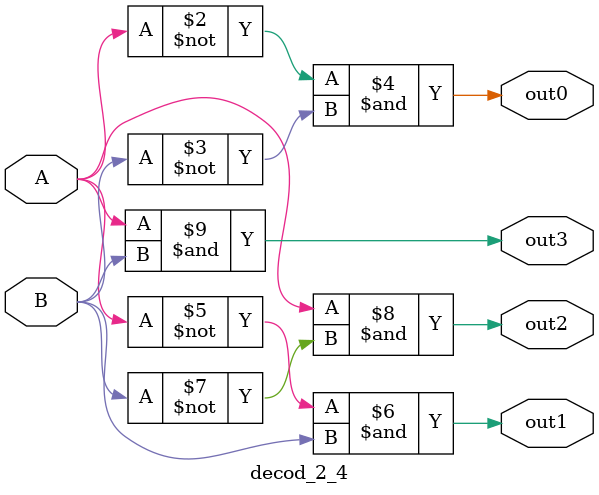
<source format=v>
module decod_2_4(A, B, out0, out1, out2, out3);
	input A, B; 
	output  reg out0, out1, out2, out3;
	
	always @*
    begin
      out0 = ~A & ~B;

      out1 = ~A & B;

      out2 = A & ~B;

      out3 = A & B;

    end

endmodule
</source>
